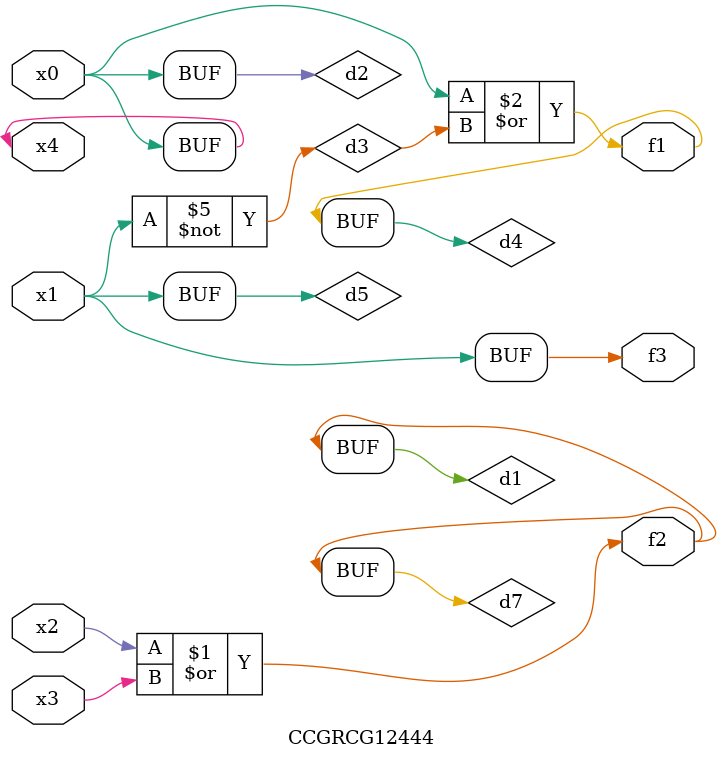
<source format=v>
module CCGRCG12444(
	input x0, x1, x2, x3, x4,
	output f1, f2, f3
);

	wire d1, d2, d3, d4, d5, d6, d7;

	or (d1, x2, x3);
	buf (d2, x0, x4);
	not (d3, x1);
	or (d4, d2, d3);
	not (d5, d3);
	nand (d6, d1, d3);
	or (d7, d1);
	assign f1 = d4;
	assign f2 = d7;
	assign f3 = d5;
endmodule

</source>
